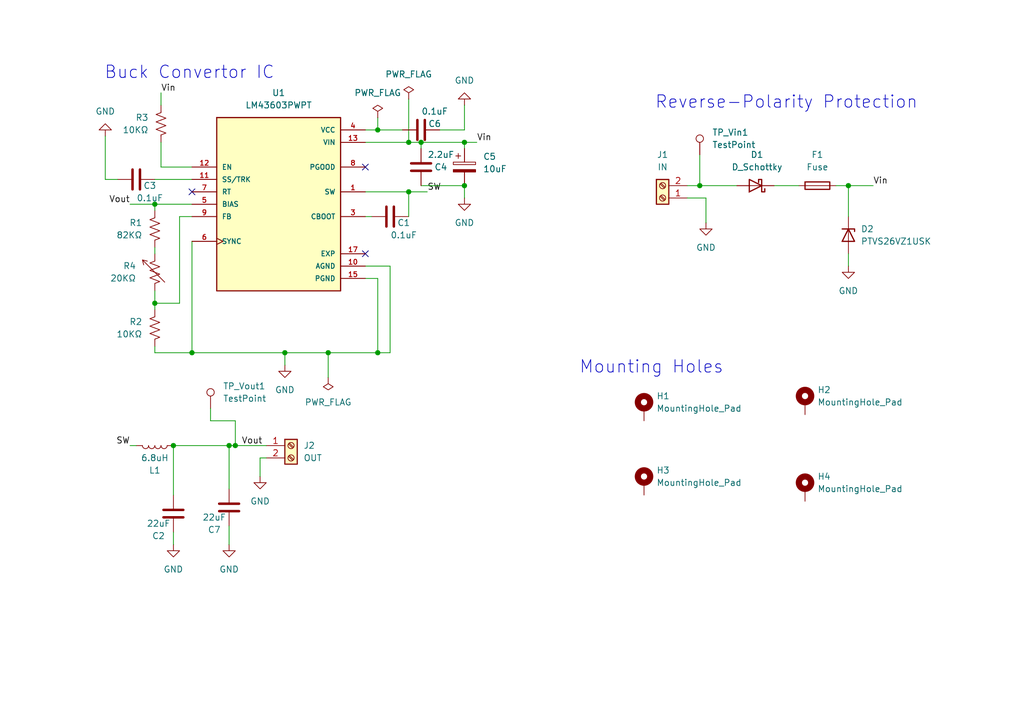
<source format=kicad_sch>
(kicad_sch (version 20250114) (generator "eeschema") (generator_version "9.0")
  (paper "A5")
  (lib_symbols
    (symbol "Connector:Screw_Terminal_01x02" (pin_names (offset 1.016) (hide yes))
      (property "Reference" "J" (at 0 2.54 0))
      (property "Value" "Screw_Terminal_01x02" (at 0 -5.08 0))
      (symbol "Screw_Terminal_01x02_1_1"
        (rectangle (start -1.27 1.27) (end 1.27 -3.81) (stroke (width 0.254)) (fill (type background)))
        (polyline (pts (xy -0.5334 0.3302) (xy 0.3302 -0.508)) (stroke (width 0.1524)))
        (polyline (pts (xy -0.5334 -2.2098) (xy 0.3302 -3.048)) (stroke (width 0.1524)))
        (polyline (pts (xy -0.3556 0.508) (xy 0.508 -0.3302)) (stroke (width 0.1524)))
        (polyline (pts (xy -0.3556 -2.032) (xy 0.508 -2.8702)) (stroke (width 0.1524)))
        (circle (center 0 0) (radius 0.635) (stroke (width 0.1524)))
        (circle (center 0 -2.54) (radius 0.635) (stroke (width 0.1524)))
        (pin passive line (at -5.08 0 0) (length 3.81) (name "Pin_1") (number "1"))
        (pin passive line (at -5.08 -2.54 0) (length 3.81) (name "Pin_2") (number "2"))
      )
    )
    (symbol "Connector:TestPoint" (pin_numbers (hide yes)) (pin_names (offset 0.762) (hide yes))
      (property "Reference" "TP" (at 0 6.858 0))
      (property "Value" "TestPoint" (at 0 5.08 0))
      (symbol "TestPoint_0_1"
        (circle (center 0 3.302) (radius 0.762))
      )
      (symbol "TestPoint_1_1"
        (pin passive line (at 0 0 90) (length 2.54) (name "1") (number "1"))
      )
    )
    (symbol "Device:C" (pin_numbers (hide yes)) (pin_names (offset 0.254))
      (property "Reference" "C" (at 0.635 2.54 0))
      (property "Value" "C" (at 0.635 -2.54 0))
      (symbol "C_0_1"
        (polyline (pts (xy -2.032 0.762) (xy 2.032 0.762)) (stroke (width 0.508)))
        (polyline (pts (xy -2.032 -0.762) (xy 2.032 -0.762)) (stroke (width 0.508)))
      )
      (symbol "C_1_1"
        (pin passive line (at 0 3.81 270) (length 2.794) (name "~") (number "1"))
        (pin passive line (at 0 -3.81 90) (length 2.794) (name "~") (number "2"))
      )
    )
    (symbol "Device:C_Polarized" (pin_numbers (hide yes)) (pin_names (offset 0.254))
      (property "Reference" "C" (at 0.635 2.54 0))
      (property "Value" "C_Polarized" (at 0.635 -2.54 0))
      (symbol "C_Polarized_0_1"
        (rectangle (start -2.286 0.508) (end 2.286 1.016))
        (polyline (pts (xy -1.778 2.286) (xy -0.762 2.286)))
        (polyline (pts (xy -1.27 2.794) (xy -1.27 1.778)))
        (rectangle (start 2.286 -0.508) (end -2.286 -1.016) (fill (type outline)))
      )
      (symbol "C_Polarized_1_1"
        (pin passive line (at 0 3.81 270) (length 2.794) (name "~") (number "1"))
        (pin passive line (at 0 -3.81 90) (length 2.794) (name "~") (number "2"))
      )
    )
    (symbol "Device:D_Schottky" (pin_numbers (hide yes)) (pin_names (offset 1.016) (hide yes))
      (property "Reference" "D" (at 0 2.54 0))
      (property "Value" "D_Schottky" (at 0 -2.54 0))
      (symbol "D_Schottky_0_1"
        (polyline (pts (xy -1.905 0.635) (xy -1.905 1.27) (xy -1.27 1.27) (xy -1.27 -1.27) (xy -0.635 -1.27) (xy -0.635 -0.635)) (stroke (width 0.254)))
        (polyline (pts (xy 1.27 1.27) (xy 1.27 -1.27) (xy -1.27 0) (xy 1.27 1.27)) (stroke (width 0.254)))
        (polyline (pts (xy 1.27 0) (xy -1.27 0)))
      )
      (symbol "D_Schottky_1_1"
        (pin passive line (at -3.81 0 0) (length 2.54) (name "K") (number "1"))
        (pin passive line (at 3.81 0 180) (length 2.54) (name "A") (number "2"))
      )
    )
    (symbol "Device:Fuse" (pin_numbers (hide yes)) (pin_names (offset 0))
      (property "Reference" "F" (at 2.032 0 90))
      (property "Value" "Fuse" (at -1.905 0 90))
      (symbol "Fuse_0_1"
        (rectangle (start -0.762 -2.54) (end 0.762 2.54) (stroke (width 0.254)))
        (polyline (pts (xy 0 2.54) (xy 0 -2.54)))
      )
      (symbol "Fuse_1_1"
        (pin passive line (at 0 3.81 270) (length 1.27) (name "~") (number "1"))
        (pin passive line (at 0 -3.81 90) (length 1.27) (name "~") (number "2"))
      )
    )
    (symbol "Device:L" (pin_numbers (hide yes)) (pin_names (offset 1.016) (hide yes))
      (property "Reference" "L" (at -1.27 0 90))
      (property "Value" "L" (at 1.905 0 90))
      (symbol "L_0_1"
        (arc (start 0 2.54) (mid 0.6323 1.905) (end 0 1.27))
        (arc (start 0 1.27) (mid 0.6323 0.635) (end 0 0))
        (arc (start 0 0) (mid 0.6323 -0.635) (end 0 -1.27))
        (arc (start 0 -1.27) (mid 0.6323 -1.905) (end 0 -2.54))
      )
      (symbol "L_1_1"
        (pin passive line (at 0 3.81 270) (length 1.27) (name "1") (number "1"))
        (pin passive line (at 0 -3.81 90) (length 1.27) (name "2") (number "2"))
      )
    )
    (symbol "Device:R_US" (pin_numbers (hide yes)) (pin_names (offset 0))
      (property "Reference" "R" (at 2.54 0 90))
      (property "Value" "R_US" (at -2.54 0 90))
      (symbol "R_US_0_1"
        (polyline (pts (xy 0 2.286) (xy 0 2.54)))
        (polyline (pts (xy 0 2.286) (xy 1.016 1.905) (xy 0 1.524) (xy -1.016 1.143) (xy 0 0.762)))
        (polyline (pts (xy 0 0.762) (xy 1.016 0.381) (xy 0 0) (xy -1.016 -0.381) (xy 0 -0.762)))
        (polyline (pts (xy 0 -0.762) (xy 1.016 -1.143) (xy 0 -1.524) (xy -1.016 -1.905) (xy 0 -2.286)))
        (polyline (pts (xy 0 -2.286) (xy 0 -2.54)))
      )
      (symbol "R_US_1_1"
        (pin passive line (at 0 3.81 270) (length 1.27) (name "~") (number "1"))
        (pin passive line (at 0 -3.81 90) (length 1.27) (name "~") (number "2"))
      )
    )
    (symbol "Device:R_Variable_US" (pin_numbers (hide yes)) (pin_names (offset 0))
      (property "Reference" "R" (at 2.54 -2.54 90))
      (property "Value" "R_Variable_US" (at -2.54 -1.27 90))
      (symbol "R_Variable_US_0_1"
        (polyline (pts (xy 0 2.286) (xy 0 2.54)))
        (polyline (pts (xy 0 2.286) (xy 1.016 1.905) (xy 0 1.524) (xy -1.016 1.143) (xy 0 0.762)) (stroke (width 0.1524)))
        (polyline (pts (xy 0 0.762) (xy 1.016 0.381) (xy 0 0) (xy -1.016 -0.381) (xy 0 -0.762)))
        (polyline (pts (xy 0 -0.762) (xy 1.016 -1.143) (xy 0 -1.524) (xy -1.016 -1.905) (xy 0 -2.286)))
        (polyline (pts (xy 0 -2.286) (xy 0 -2.54)))
        (polyline (pts (xy 2.286 1.524) (xy 2.54 2.54) (xy 1.524 2.286) (xy 2.54 2.54) (xy -2.032 -2.032)) (stroke (width 0.1524)))
      )
      (symbol "R_Variable_US_1_1"
        (pin passive line (at 0 3.81 270) (length 1.27) (name "~") (number "1"))
        (pin passive line (at 0 -3.81 90) (length 1.27) (name "~") (number "2"))
      )
    )
    (symbol "Diode:PTVS26VZ1USK" (pin_numbers (hide yes)) (pin_names (hide yes))
      (property "Reference" "D" (at 0 2.54 0))
      (property "Value" "PTVS26VZ1USK" (at 0 -2.54 0))
      (symbol "PTVS26VZ1USK_0_1"
        (polyline (pts (xy -1.27 -1.27) (xy -1.27 1.27) (xy -0.762 1.27)) (stroke (width 0.254)))
        (polyline (pts (xy 1.27 0) (xy -1.27 0)))
        (polyline (pts (xy 1.27 -1.27) (xy 1.27 1.27) (xy -1.27 0) (xy 1.27 -1.27)) (stroke (width 0.254)))
      )
      (symbol "PTVS26VZ1USK_1_1"
        (pin passive line (at -3.81 0 0) (length 2.54) (name "K") (number "1"))
        (pin passive line (at 3.81 0 180) (length 2.54) (name "A") (number "2"))
      )
    )
    (symbol "LM43603PWPT:LM43603PWPT" (pin_names (offset 1.016))
      (property "Reference" "U" (at -12.7 20.32 0))
      (property "Value" "LM43603PWPT" (at -12.7 -20.32 0))
      (symbol "LM43603PWPT_0_0"
        (rectangle (start -12.7 -17.78) (end 12.7 17.78) (stroke (width 0.254)) (fill (type background)))
        (pin input line (at -17.78 7.62 0) (length 5.08) (name "EN") (number "12"))
        (pin passive line (at -17.78 5.08 0) (length 5.08) (name "SS/TRK") (number "11"))
        (pin passive line (at -17.78 2.54 0) (length 5.08) (name "RT") (number "7"))
        (pin input line (at -17.78 0 0) (length 5.08) (name "BIAS") (number "5"))
        (pin input line (at -17.78 -2.54 0) (length 5.08) (name "FB") (number "9"))
        (pin input clock (at -17.78 -7.62 0) (length 5.08) (name "SYNC") (number "6"))
        (pin power_in line (at 17.78 15.24 180) (length 5.08) (name "VCC") (number "4"))
        (pin power_in line (at 17.78 12.7 180) (length 5.08) (name "VIN") (number "13"))
        (pin power_in line (at 17.78 12.7 180) (length 5.08) (hide yes) (name "VIN") (number "14"))
        (pin output line (at 17.78 7.62 180) (length 5.08) (name "PGOOD") (number "8"))
        (pin output line (at 17.78 2.54 180) (length 5.08) (name "SW") (number "1"))
        (pin output line (at 17.78 2.54 180) (length 5.08) (hide yes) (name "SW") (number "2"))
        (pin passive line (at 17.78 -2.54 180) (length 5.08) (name "CBOOT") (number "3"))
        (pin power_in line (at 17.78 -10.16 180) (length 5.08) (name "EXP") (number "17"))
        (pin power_in line (at 17.78 -12.7 180) (length 5.08) (name "AGND") (number "10"))
        (pin power_in line (at 17.78 -15.24 180) (length 5.08) (name "PGND") (number "15"))
        (pin power_in line (at 17.78 -15.24 180) (length 5.08) (hide yes) (name "PGND") (number "16"))
      )
    )
    (symbol "Mechanical:MountingHole_Pad" (pin_numbers (hide yes)) (pin_names (offset 1.016) (hide yes)) (in_bom no)
      (property "Reference" "H" (at 0 6.35 0))
      (property "Value" "MountingHole_Pad" (at 0 4.445 0))
      (symbol "MountingHole_Pad_0_1"
        (circle (center 0 1.27) (radius 1.27) (stroke (width 1.27)))
      )
      (symbol "MountingHole_Pad_1_1"
        (pin input line (at 0 -2.54 90) (length 2.54) (name "1") (number "1"))
      )
    )
    (symbol "power:GND" (power) (pin_numbers (hide yes)) (pin_names (offset 0) (hide yes))
      (property "Value" "GND" (at 0 -3.81 0))
      (symbol "GND_0_1"
        (polyline (pts (xy 0 0) (xy 0 -1.27) (xy 1.27 -1.27) (xy 0 -2.54) (xy -1.27 -1.27) (xy 0 -1.27)))
      )
      (symbol "GND_1_1"
        (pin power_in line (at 0 0 270) (length 0) (name "~") (number "1"))
      )
    )
    (symbol "power:PWR_FLAG" (power) (pin_numbers (hide yes)) (pin_names (offset 0) (hide yes))
      (property "Value" "PWR_FLAG" (at 0 3.81 0))
      (symbol "PWR_FLAG_0_0"
        (pin power_out line (at 0 0 90) (length 0) (name "~") (number "1"))
      )
      (symbol "PWR_FLAG_0_1"
        (polyline (pts (xy 0 0) (xy 0 1.27) (xy -1.016 1.905) (xy 0 2.54) (xy 1.016 1.905) (xy 0 1.27)))
      )
    )
  )
  (text "Buck Convertor IC" (at 38.862 14.986 0) (effects (font (size 2.54 2.54))))
  (text "Mounting Holes" (at 133.604 75.438 0) (effects (font (size 2.54 2.54))))
  (text "Reverse-Polarity Protection" (at 161.29 21.082 0) (effects (font (size 2.54 2.54))))
  (junction (at 77.47 26.67))
  (junction (at 86.36 29.21))
  (junction (at 143.51 38.1))
  (junction (at 31.75 62.23))
  (junction (at 39.37 72.39))
  (junction (at 46.99 91.44))
  (junction (at 83.82 39.37))
  (junction (at 77.47 72.39))
  (junction (at 95.25 29.21))
  (junction (at 173.99 38.1))
  (junction (at 95.25 38.1))
  (junction (at 83.82 29.21))
  (junction (at 48.26 91.44))
  (junction (at 67.31 72.39))
  (junction (at 31.75 41.91))
  (junction (at 35.56 91.44))
  (junction (at 58.42 72.39))
  (no_connect (at 74.93 52.07))
  (no_connect (at 74.93 34.29))
  (no_connect (at 39.37 39.37))
  (wire (pts (xy 48.26 91.44) (xy 54.61 91.44)))
  (wire (pts (xy 31.75 43.18) (xy 31.75 41.91)))
  (wire (pts (xy 83.82 44.45) (xy 83.82 39.37)))
  (wire (pts (xy 21.59 36.83) (xy 21.59 27.94)))
  (wire (pts (xy 33.02 29.21) (xy 33.02 34.29)))
  (wire (pts (xy 46.99 107.95) (xy 46.99 111.76)))
  (wire (pts (xy 54.61 93.98) (xy 53.34 93.98)))
  (wire (pts (xy 58.42 72.39) (xy 67.31 72.39)))
  (wire (pts (xy 31.75 50.8) (xy 31.75 52.07)))
  (wire (pts (xy 83.82 39.37) (xy 87.63 39.37)))
  (wire (pts (xy 35.56 91.44) (xy 46.99 91.44)))
  (wire (pts (xy 77.47 72.39) (xy 80.01 72.39)))
  (wire (pts (xy 31.75 36.83) (xy 39.37 36.83)))
  (wire (pts (xy 39.37 72.39) (xy 58.42 72.39)))
  (wire (pts (xy 26.67 41.91) (xy 31.75 41.91)))
  (wire (pts (xy 83.82 29.21) (xy 86.36 29.21)))
  (wire (pts (xy 53.34 93.98) (xy 53.34 97.79)))
  (wire (pts (xy 173.99 38.1) (xy 173.99 44.45)))
  (wire (pts (xy 67.31 72.39) (xy 77.47 72.39)))
  (wire (pts (xy 31.75 62.23) (xy 36.83 62.23)))
  (wire (pts (xy 31.75 72.39) (xy 39.37 72.39)))
  (wire (pts (xy 143.51 31.75) (xy 143.51 38.1)))
  (wire (pts (xy 83.82 20.32) (xy 83.82 29.21)))
  (wire (pts (xy 86.36 29.21) (xy 95.25 29.21)))
  (wire (pts (xy 36.83 44.45) (xy 39.37 44.45)))
  (wire (pts (xy 158.75 38.1) (xy 163.83 38.1)))
  (wire (pts (xy 90.17 26.67) (xy 95.25 26.67)))
  (wire (pts (xy 95.25 29.21) (xy 97.79 29.21)))
  (wire (pts (xy 39.37 49.53) (xy 39.37 72.39)))
  (wire (pts (xy 80.01 54.61) (xy 80.01 72.39)))
  (wire (pts (xy 31.75 41.91) (xy 39.37 41.91)))
  (wire (pts (xy 77.47 26.67) (xy 82.55 26.67)))
  (wire (pts (xy 35.56 91.44) (xy 35.56 101.6)))
  (wire (pts (xy 77.47 57.15) (xy 77.47 72.39)))
  (wire (pts (xy 33.02 34.29) (xy 39.37 34.29)))
  (wire (pts (xy 171.45 38.1) (xy 173.99 38.1)))
  (wire (pts (xy 173.99 52.07) (xy 173.99 54.61)))
  (wire (pts (xy 67.31 72.39) (xy 67.31 77.47)))
  (wire (pts (xy 74.93 57.15) (xy 77.47 57.15)))
  (wire (pts (xy 58.42 72.39) (xy 58.42 74.93)))
  (wire (pts (xy 43.18 86.36) (xy 48.26 86.36)))
  (wire (pts (xy 43.18 83.82) (xy 43.18 86.36)))
  (wire (pts (xy 173.99 38.1) (xy 179.07 38.1)))
  (wire (pts (xy 86.36 29.21) (xy 86.36 30.48)))
  (wire (pts (xy 143.51 38.1) (xy 151.13 38.1)))
  (wire (pts (xy 77.47 24.13) (xy 77.47 26.67)))
  (wire (pts (xy 74.93 44.45) (xy 76.2 44.45)))
  (wire (pts (xy 48.26 86.36) (xy 48.26 91.44)))
  (wire (pts (xy 21.59 36.83) (xy 24.13 36.83)))
  (wire (pts (xy 36.83 62.23) (xy 36.83 44.45)))
  (wire (pts (xy 74.93 54.61) (xy 80.01 54.61)))
  (wire (pts (xy 86.36 38.1) (xy 95.25 38.1)))
  (wire (pts (xy 46.99 91.44) (xy 48.26 91.44)))
  (wire (pts (xy 144.78 45.72) (xy 144.78 40.64)))
  (wire (pts (xy 74.93 26.67) (xy 77.47 26.67)))
  (wire (pts (xy 144.78 40.64) (xy 140.97 40.64)))
  (wire (pts (xy 31.75 63.5) (xy 31.75 62.23)))
  (wire (pts (xy 95.25 26.67) (xy 95.25 21.59)))
  (wire (pts (xy 74.93 29.21) (xy 83.82 29.21)))
  (wire (pts (xy 74.93 39.37) (xy 83.82 39.37)))
  (wire (pts (xy 95.25 38.1) (xy 95.25 40.64)))
  (wire (pts (xy 26.67 91.44) (xy 27.94 91.44)))
  (wire (pts (xy 46.99 100.33) (xy 46.99 91.44)))
  (wire (pts (xy 31.75 59.69) (xy 31.75 62.23)))
  (wire (pts (xy 33.02 19.05) (xy 33.02 21.59)))
  (wire (pts (xy 31.75 72.39) (xy 31.75 71.12)))
  (wire (pts (xy 95.25 29.21) (xy 95.25 30.48)))
  (wire (pts (xy 140.97 38.1) (xy 143.51 38.1)))
  (wire (pts (xy 35.56 109.22) (xy 35.56 111.76)))
  (label "Vout" (at 26.67 41.91 180))
  (label "Vout" (at 49.53 91.44 0))
  (label "SW" (at 87.63 39.37 0))
  (label "Vin" (at 179.07 38.1 0))
  (label "Vin" (at 33.02 19.05 0))
  (label "Vin" (at 97.79 29.21 0))
  (label "SW" (at 26.67 91.44 180))
  (symbol (lib_id "power:GND") (at 95.25 21.59 180) (unit 1)
    (property "Reference" "#PWR04" (effects (hide yes)))
    (property "Value" "GND" (at 95.25 16.51 0))
    (property "Description" "Power symbol creates a global label with name \"GND\" , ground" (effects (hide yes)))
  )
  (symbol (lib_id "power:GND") (at 173.99 54.61 0) (unit 1)
    (property "Reference" "#PWR06" (effects (hide yes)))
    (property "Value" "GND" (at 173.99 59.69 0))
    (property "Description" "Power symbol creates a global label with name \"GND\" , ground" (effects (hide yes)))
  )
  (symbol (lib_id "Device:D_Schottky") (at 154.94 38.1 180) (unit 1)
    (property "Reference" "D1" (at 155.2575 31.75 0))
    (property "Value" "D_Schottky" (at 155.2575 34.29 0))
    (property "Footprint" "Diode_SMD:D_0603_1608Metric" (effects (hide yes)))
    (property "Description" "Schottky diode" (effects (hide yes)))
  )
  (symbol (lib_id "Connector:TestPoint") (at 143.51 31.75 0) (unit 1)
    (property "Reference" "TP_Vin1" (at 146.05 27.1779 0) (effects (justify left)))
    (property "Value" "TestPoint" (at 146.05 29.7179 0) (effects (justify left)))
    (property "Footprint" "TestPoint:TestPoint_Keystone_5000-5004_Miniature" (effects (hide yes)))
    (property "Description" "test point" (effects (hide yes)))
  )
  (symbol (lib_id "Device:C") (at 80.01 44.45 90) (unit 1)
    (property "Reference" "C1" (at 82.804 45.72 90))
    (property "Value" "0.1uF" (at 82.804 48.26 90))
    (property "Footprint" "Capacitor_SMD:C_0402_1005Metric" (effects (hide yes)))
    (property "Description" "Unpolarized capacitor" (effects (hide yes)))
  )
  (symbol (lib_id "Connector:TestPoint") (at 43.18 83.82 0) (unit 1)
    (property "Reference" "TP_Vout1" (at 45.72 79.2479 0) (effects (justify left)))
    (property "Value" "TestPoint" (at 45.72 81.7879 0) (effects (justify left)))
    (property "Footprint" "TestPoint:TestPoint_Keystone_5000-5004_Miniature" (effects (hide yes)))
    (property "Description" "test point" (effects (hide yes)))
  )
  (symbol (lib_id "Device:C") (at 86.36 26.67 90) (mirror x) (unit 1)
    (property "Reference" "C6" (at 89.154 25.4 90))
    (property "Value" "0.1uF" (at 89.154 22.86 90))
    (property "Footprint" "Capacitor_SMD:C_0402_1005Metric" (effects (hide yes)))
    (property "Description" "Unpolarized capacitor" (effects (hide yes)))
  )
  (symbol (lib_id "power:GND") (at 95.25 40.64 0) (unit 1)
    (property "Reference" "#PWR05" (effects (hide yes)))
    (property "Value" "GND" (at 95.25 45.72 0))
    (property "Description" "Power symbol creates a global label with name \"GND\" , ground" (effects (hide yes)))
  )
  (symbol (lib_id "power:GND") (at 53.34 97.79 0) (unit 1)
    (property "Reference" "#PWR09" (effects (hide yes)))
    (property "Value" "GND" (at 53.34 102.87 0))
    (property "Description" "Power symbol creates a global label with name \"GND\" , ground" (effects (hide yes)))
  )
  (symbol (lib_id "Device:R_US") (at 33.02 25.4 0) (mirror y) (unit 1)
    (property "Reference" "R3" (at 30.48 24.1299 0) (effects (justify left)))
    (property "Value" "10KΩ" (at 30.48 26.6699 0) (effects (justify left)))
    (property "Footprint" "Resistor_SMD:R_0402_1005Metric" (effects (hide yes)))
    (property "Description" "Resistor, US symbol" (effects (hide yes)))
  )
  (symbol (lib_id "Device:C") (at 46.99 104.14 0) (mirror x) (unit 1)
    (property "Reference" "C7" (at 43.942 108.712 0))
    (property "Value" "22uF" (at 43.942 106.172 0))
    (property "Footprint" "Capacitor_SMD:C_0402_1005Metric" (effects (hide yes)))
    (property "Description" "Unpolarized capacitor" (effects (hide yes)))
  )
  (symbol (lib_id "Device:C") (at 27.94 36.83 90) (unit 1)
    (property "Reference" "C3" (at 30.734 38.1 90))
    (property "Value" "0.1uF" (at 30.734 40.64 90))
    (property "Footprint" "Capacitor_SMD:C_0402_1005Metric" (effects (hide yes)))
    (property "Description" "Unpolarized capacitor" (effects (hide yes)))
  )
  (symbol (lib_id "power:PWR_FLAG") (at 83.82 20.32 0) (unit 1)
    (property "Reference" "#FLG02" (effects (hide yes)))
    (property "Value" "PWR_FLAG" (at 83.82 15.24 0))
    (property "Description" "Special symbol for telling ERC where power comes from" (effects (hide yes)))
  )
  (symbol (lib_id "Mechanical:MountingHole_Pad") (at 165.1 100.33 0) (unit 1) (in_bom no)
    (property "Reference" "H4" (at 167.64 97.7899 0) (effects (justify left)))
    (property "Value" "MountingHole_Pad" (at 167.64 100.3299 0) (effects (justify left)))
    (property "Footprint" "MountingHole:MountingHole_2.5mm_Pad" (effects (hide yes)))
    (property "Description" "Mounting Hole with connection" (effects (hide yes)))
  )
  (symbol (lib_id "power:GND") (at 144.78 45.72 0) (unit 1)
    (property "Reference" "#PWR08" (effects (hide yes)))
    (property "Value" "GND" (at 144.78 50.8 0))
    (property "Description" "Power symbol creates a global label with name \"GND\" , ground" (effects (hide yes)))
  )
  (symbol (lib_id "Mechanical:MountingHole_Pad") (at 132.08 99.06 0) (unit 1) (in_bom no)
    (property "Reference" "H3" (at 134.62 96.5199 0) (effects (justify left)))
    (property "Value" "MountingHole_Pad" (at 134.62 99.0599 0) (effects (justify left)))
    (property "Footprint" "MountingHole:MountingHole_2.5mm_Pad" (effects (hide yes)))
    (property "Description" "Mounting Hole with connection" (effects (hide yes)))
  )
  (symbol (lib_id "power:GND") (at 35.56 111.76 0) (unit 1)
    (property "Reference" "#PWR02" (effects (hide yes)))
    (property "Value" "GND" (at 35.56 116.84 0))
    (property "Description" "Power symbol creates a global label with name \"GND\" , ground" (effects (hide yes)))
  )
  (symbol (lib_id "Device:L") (at 31.75 91.44 90) (mirror x) (unit 1)
    (property "Reference" "L1" (at 31.75 96.52 90))
    (property "Value" "6.8uH" (at 31.75 93.98 90))
    (property "Footprint" "Inductor_SMD:L_APV_ANR3010" (effects (hide yes)))
    (property "Description" "Inductor" (effects (hide yes)))
  )
  (symbol (lib_id "Diode:PTVS26VZ1USK") (at 173.99 48.26 270) (unit 1)
    (property "Reference" "D2" (at 176.53 46.9899 90) (effects (justify left)))
    (property "Value" "PTVS26VZ1USK" (at 176.53 49.5299 90) (effects (justify left)))
    (property "Footprint" "Diode_SMD:D_0603_1608Metric" (effects (hide yes)))
    (property "Datasheet" "https://assets.nexperia.com/documents/data-sheet/PTVS26VZ1USK.pdf" (effects (hide yes)))
    (property "Description" "26V, 1850W TVS unidirectional diode, DSN1608-2" (effects (hide yes)))
  )
  (symbol (lib_id "Device:Fuse") (at 167.64 38.1 90) (unit 1)
    (property "Reference" "F1" (at 167.64 31.75 90))
    (property "Value" "Fuse" (at 167.64 34.29 90))
    (property "Footprint" "Fuse:Fuse_BelFuse_0ZRE0005FF_L8.3mm_W3.8mm" (effects (hide yes)))
    (property "Description" "Fuse" (effects (hide yes)))
  )
  (symbol (lib_id "LM43603PWPT:LM43603PWPT") (at 57.15 41.91 0) (unit 1)
    (property "Reference" "U1" (at 57.15 19.05 0))
    (property "Value" "LM43603PWPT" (at 57.15 21.59 0))
    (property "Footprint" "LM43603PWPT:CONV_LM43603PWPT" (effects (hide yes)))
    (property "MF" "Texas Instruments" (effects (hide yes)))
    (property "MAXIMUM_PACKAGE_HEIGHT" "1.2 mm" (effects (hide yes)))
    (property "Package" "HTSSOP-16 Texas Instruments" (effects (hide yes)))
    (property "Price" "None" (effects (hide yes)))
    (property "Check_prices" "https://www.snapeda.com/parts/LM43603PWPT/Texas+Instruments/view-part/?ref=eda" (effects (hide yes)))
    (property "STANDARD" "Manufacturer recommendations" (effects (hide yes)))
    (property "PARTREV" "D" (effects (hide yes)))
    (property "SnapEDA_Link" "https://www.snapeda.com/parts/LM43603PWPT/Texas+Instruments/view-part/?ref=snap" (effects (hide yes)))
    (property "MP" "LM43603PWPT" (effects (hide yes)))
    (property "Purchase-URL" "https://www.snapeda.com/api/url_track_click_mouser/?unipart_id=454833&manufacturer=Texas Instruments&part_name=LM43603PWPT&search_term=lm43603" (effects (hide yes)))
    (property "Description_1" "3.5V to 36V, 3A Synchronous Step-Down Voltage Converter" (effects (hide yes)))
    (property "Availability" "In Stock" (effects (hide yes)))
    (property "MANUFACTURER" "Texas Instruments" (effects (hide yes)))
  )
  (symbol (lib_id "Mechanical:MountingHole_Pad") (at 165.1 82.55 0) (unit 1) (in_bom no)
    (property "Reference" "H2" (at 167.64 80.0099 0) (effects (justify left)))
    (property "Value" "MountingHole_Pad" (at 167.64 82.5499 0) (effects (justify left)))
    (property "Footprint" "MountingHole:MountingHole_2.5mm_Pad" (effects (hide yes)))
    (property "Description" "Mounting Hole with connection" (effects (hide yes)))
  )
  (symbol (lib_id "Connector:Screw_Terminal_01x02") (at 135.89 40.64 180) (unit 1)
    (property "Reference" "J1" (at 135.89 31.75 0))
    (property "Value" "IN" (at 135.89 34.29 0))
    (property "Footprint" "TerminalBlock_Phoenix:TerminalBlock_Phoenix_MKDS-1,5-2-5.08_1x02_P5.08mm_Horizontal" (effects (hide yes)))
    (property "Description" "Generic screw terminal, single row, 01x02, script generated (kicad-library-utils/schlib/autogen/connector/)" (effects (hide yes)))
  )
  (symbol (lib_id "Device:R_US") (at 31.75 67.31 0) (mirror y) (unit 1)
    (property "Reference" "R2" (at 29.21 66.0399 0) (effects (justify left)))
    (property "Value" "10KΩ" (at 29.21 68.5799 0) (effects (justify left)))
    (property "Footprint" "Resistor_SMD:R_0402_1005Metric" (effects (hide yes)))
    (property "Description" "Resistor, US symbol" (effects (hide yes)))
  )
  (symbol (lib_id "power:GND") (at 46.99 111.76 0) (unit 1)
    (property "Reference" "#PWR03" (effects (hide yes)))
    (property "Value" "GND" (at 46.99 116.84 0))
    (property "Description" "Power symbol creates a global label with name \"GND\" , ground" (effects (hide yes)))
  )
  (symbol (lib_id "Device:C") (at 35.56 105.41 0) (mirror x) (unit 1)
    (property "Reference" "C2" (at 32.512 109.982 0))
    (property "Value" "22uF" (at 32.512 107.442 0))
    (property "Footprint" "Capacitor_SMD:C_0402_1005Metric" (effects (hide yes)))
    (property "Description" "Unpolarized capacitor" (effects (hide yes)))
  )
  (symbol (lib_id "power:GND") (at 21.59 27.94 180) (unit 1)
    (property "Reference" "#PWR07" (effects (hide yes)))
    (property "Value" "GND" (at 21.59 22.86 0))
    (property "Description" "Power symbol creates a global label with name \"GND\" , ground" (effects (hide yes)))
  )
  (symbol (lib_id "Connector:Screw_Terminal_01x02") (at 59.69 91.44 0) (unit 1)
    (property "Reference" "J2" (at 62.23 91.4399 0) (effects (justify left)))
    (property "Value" "OUT" (at 62.23 93.9799 0) (effects (justify left)))
    (property "Footprint" "TerminalBlock_Phoenix:TerminalBlock_Phoenix_MKDS-1,5-2-5.08_1x02_P5.08mm_Horizontal" (effects (hide yes)))
    (property "Description" "Generic screw terminal, single row, 01x02, script generated (kicad-library-utils/schlib/autogen/connector/)" (effects (hide yes)))
  )
  (symbol (lib_id "Device:R_US") (at 31.75 46.99 0) (mirror y) (unit 1)
    (property "Reference" "R1" (at 29.21 45.7199 0) (effects (justify left)))
    (property "Value" "82KΩ" (at 29.21 48.2599 0) (effects (justify left)))
    (property "Footprint" "Resistor_SMD:R_0402_1005Metric" (effects (hide yes)))
    (property "Description" "Resistor, US symbol" (effects (hide yes)))
  )
  (symbol (lib_id "Device:R_Variable_US") (at 31.75 55.88 0) (mirror y) (unit 1)
    (property "Reference" "R4" (at 27.94 54.5718 0) (effects (justify left)))
    (property "Value" "20KΩ" (at 27.94 57.1118 0) (effects (justify left)))
    (property "Footprint" "Resistor_SMD:R_0402_1005Metric" (effects (hide yes)))
    (property "Description" "Variable resistor, US symbol" (effects (hide yes)))
  )
  (symbol (lib_id "Device:C_Polarized") (at 95.25 34.29 0) (unit 1)
    (property "Reference" "C5" (at 99.06 32.1309 0) (effects (justify left)))
    (property "Value" "10uF" (at 99.06 34.6709 0) (effects (justify left)))
    (property "Footprint" "Capacitor_SMD:C_0402_1005Metric" (effects (hide yes)))
    (property "Description" "Polarized capacitor" (effects (hide yes)))
  )
  (symbol (lib_id "power:PWR_FLAG") (at 77.47 24.13 0) (unit 1)
    (property "Reference" "#FLG01" (effects (hide yes)))
    (property "Value" "PWR_FLAG" (at 77.47 19.05 0))
    (property "Description" "Special symbol for telling ERC where power comes from" (effects (hide yes)))
  )
  (symbol (lib_id "Mechanical:MountingHole_Pad") (at 132.08 83.82 0) (unit 1) (in_bom no)
    (property "Reference" "H1" (at 134.62 81.2799 0) (effects (justify left)))
    (property "Value" "MountingHole_Pad" (at 134.62 83.8199 0) (effects (justify left)))
    (property "Footprint" "MountingHole:MountingHole_2.5mm_Pad" (effects (hide yes)))
    (property "Description" "Mounting Hole with connection" (effects (hide yes)))
  )
  (symbol (lib_id "Device:C") (at 86.36 34.29 0) (mirror x) (unit 1)
    (property "Reference" "C4" (at 90.424 34.29 0))
    (property "Value" "2.2uF" (at 90.424 31.75 0))
    (property "Footprint" "Capacitor_SMD:C_0402_1005Metric" (effects (hide yes)))
    (property "Description" "Unpolarized capacitor" (effects (hide yes)))
  )
  (symbol (lib_id "power:PWR_FLAG") (at 67.31 77.47 180) (unit 1)
    (property "Reference" "#FLG03" (effects (hide yes)))
    (property "Value" "PWR_FLAG" (at 67.31 82.55 0))
    (property "Description" "Special symbol for telling ERC where power comes from" (effects (hide yes)))
  )
  (symbol (lib_id "power:GND") (at 58.42 74.93 0) (unit 1)
    (property "Reference" "#PWR01" (effects (hide yes)))
    (property "Value" "GND" (at 58.42 80.01 0))
    (property "Description" "Power symbol creates a global label with name \"GND\" , ground" (effects (hide yes)))
  )
)
</source>
